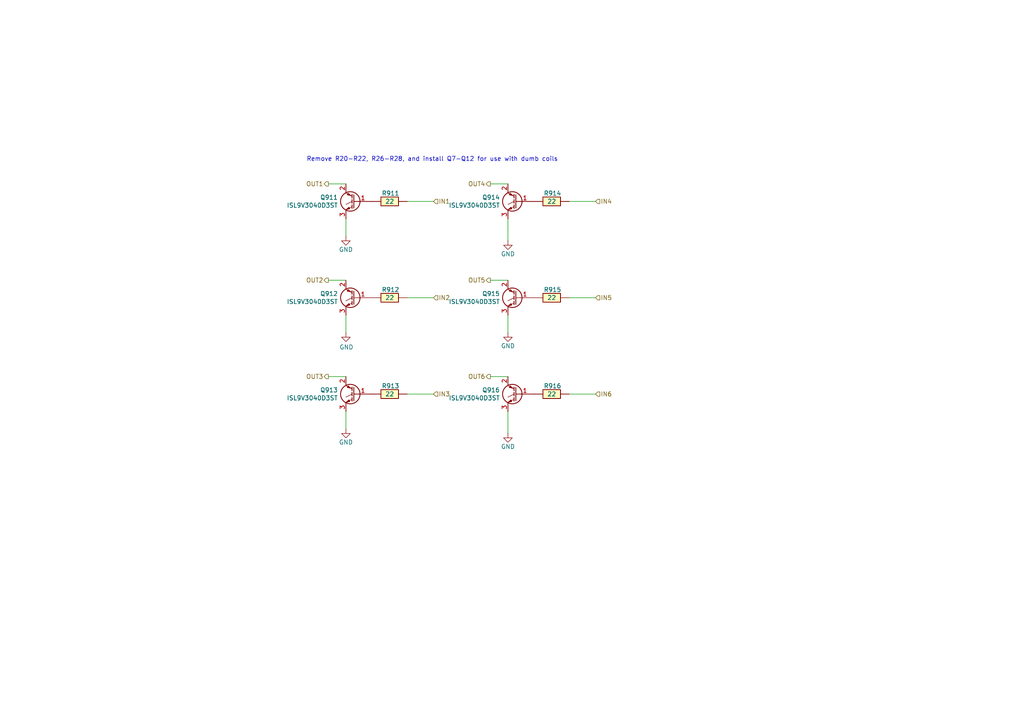
<source format=kicad_sch>
(kicad_sch (version 20231120) (generator "eeschema") (generator_version "8.0")
  (paper "A4")
  (lib_symbols
    (symbol "Device:Q_NIGBT_GCE" (pin_names (offset 0) hide)
      (property "Reference" "Q" (at 5.08 1.27 0))
      (property "Value" "Q_NIGBT_GCE" (at 5.08 -1.27 0))
      (symbol "Q_NIGBT_GCE_0_1"
        (polyline (pts (xy 0.762 -1.016) (xy 0.762 -2.032)) (stroke (width 0.254)))
        (polyline (pts (xy 0.762 0.508) (xy 0.762 -0.508)) (stroke (width 0.254)))
        (polyline (pts (xy 0.762 2.032) (xy 0.762 1.016)) (stroke (width 0.254)))
        (polyline (pts (xy 2.54 -2.413) (xy 0.762 -1.524)))
        (polyline (pts (xy 2.54 -0.889) (xy 0.762 0)))
        (polyline (pts (xy 2.54 2.413) (xy 0.762 1.524)))
        (polyline (pts (xy 0.254 1.905) (xy 0.254 -1.905) (xy 0.254 -1.905)) (stroke (width 0.254)))
        (polyline (pts (xy 1.397 -2.159) (xy 1.651 -1.651) (xy 2.54 -2.413) (xy 1.397 -2.159)) (fill (type outline)))
        (polyline (pts (xy 2.159 1.905) (xy 1.905 2.413) (xy 1.016 1.651) (xy 2.159 1.905)) (fill (type outline)))
        (circle (center 1.27 0) (radius 2.8194) (stroke (width 0.254)))
      )
      (symbol "Q_NIGBT_GCE_1_1"
        (pin input line (at -5.08 0 0) (length 5.334) (name "G") (number "1"))
        (pin passive line (at 2.54 5.08 270) (length 2.54) (name "C") (number "2"))
        (pin passive line (at 2.54 -5.08 90) (length 2.54) (name "E") (number "3"))
      )
    )
    (symbol "hellen-one-common:Res" (pin_numbers hide)
      (property "Reference" "R" (at 3.81 2.54 0))
      (property "Value" "Res" (at 5.08 -2.54 0))
      (symbol "Res_1_0"
        (rectangle (start 2.54 -1.27) (end 7.62 1.27) (stroke (width 0.254)) (fill (type background)))
        (pin passive line (at 0 0 0) (length 2.54) (name "") (number "1"))
        (pin passive line (at 10.16 0 180) (length 2.54) (name "") (number "2"))
      )
    )
    (symbol "power:GND" (power) (pin_numbers hide) (pin_names (offset 0) hide)
      (property "Value" "GND" (at 0 -3.81 0))
      (symbol "GND_0_1"
        (polyline (pts (xy 0 0) (xy 0 -1.27) (xy 1.27 -1.27) (xy 0 -2.54) (xy -1.27 -1.27) (xy 0 -1.27)))
      )
      (symbol "GND_1_1"
        (pin power_in line (at 0 0 270) (length 0) (name "~") (number "1"))
      )
    )
  )
  (wire (pts (xy 142.24 109.22) (xy 147.32 109.22)))
  (wire (pts (xy 95.25 81.28) (xy 100.33 81.28)))
  (wire (pts (xy 95.25 109.22) (xy 100.33 109.22)))
  (wire (pts (xy 165.1 58.42) (xy 172.72 58.42)))
  (wire (pts (xy 147.32 119.38) (xy 147.32 125.73)))
  (wire (pts (xy 165.1 86.36) (xy 172.72 86.36)))
  (wire (pts (xy 100.33 119.38) (xy 100.33 124.46)))
  (wire (pts (xy 118.11 114.3) (xy 125.73 114.3)))
  (wire (pts (xy 95.25 53.34) (xy 100.33 53.34)))
  (wire (pts (xy 147.32 91.44) (xy 147.32 96.52)))
  (wire (pts (xy 142.24 81.28) (xy 147.32 81.28)))
  (wire (pts (xy 100.33 91.44) (xy 100.33 96.52)))
  (wire (pts (xy 147.32 63.5) (xy 147.32 69.85)))
  (wire (pts (xy 118.11 58.42) (xy 125.73 58.42)))
  (wire (pts (xy 100.33 63.5) (xy 100.33 68.58)))
  (wire (pts (xy 142.24 53.34) (xy 147.32 53.34)))
  (wire (pts (xy 118.11 86.36) (xy 125.73 86.36)))
  (wire (pts (xy 165.1 114.3) (xy 172.72 114.3)))
  (text "Remove R20-R22, R26-R28, and install Q7-Q12 for use with dumb coils" (at 88.9 46.99 0) (effects (font (size 1.27 1.27)) (justify left bottom)))
  (hierarchical_label "IN3" (shape input) (at 125.73 114.3 0))
  (hierarchical_label "OUT4" (shape output) (at 142.24 53.34 180))
  (hierarchical_label "OUT2" (shape output) (at 95.25 81.28 180))
  (hierarchical_label "IN4" (shape input) (at 172.72 58.42 0))
  (hierarchical_label "OUT6" (shape output) (at 142.24 109.22 180))
  (hierarchical_label "OUT3" (shape output) (at 95.25 109.22 180))
  (hierarchical_label "IN1" (shape input) (at 125.73 58.42 0))
  (hierarchical_label "IN5" (shape input) (at 172.72 86.36 0))
  (hierarchical_label "IN6" (shape input) (at 172.72 114.3 0))
  (hierarchical_label "OUT1" (shape output) (at 95.25 53.34 180))
  (hierarchical_label "OUT5" (shape output) (at 142.24 81.28 180))
  (hierarchical_label "IN2" (shape input) (at 125.73 86.36 0))
  (symbol (lib_id "Device:Q_NIGBT_GCE") (at 149.86 114.3 0) (mirror y) (unit 1)
    (property "Reference" "Q916" (at 145.0086 113.1316 0) (effects (justify left)))
    (property "Value" "ISL9V3040D3ST" (at 145.0086 115.443 0) (effects (justify left)))
    (property "Footprint" "Package_TO_SOT_SMD:TO-252-2" (effects (hide yes)))
    (property "LCSC" "C462128" (effects (hide yes)))
  )
  (symbol (lib_id "power:GND") (at 147.32 96.52 0) (unit 1)
    (property "Reference" "#PWR090" (effects (hide yes)))
    (property "Value" "GND" (at 147.32 100.33 0))
    (property "Description" "Power symbol creates a global label with name \"GND\" , ground" (effects (hide yes)))
  )
  (symbol (lib_id "hellen-one-common:Res") (at 154.94 114.3 0) (mirror x) (unit 1)
    (property "Reference" "R916" (at 160.262 111.9518 0))
    (property "Value" "22" (at 160.02 114.3 0))
    (property "Footprint" "hellen-one-common:R0603" (effects (hide yes)))
    (property "LCSC" "C23345" (effects (hide yes)))
  )
  (symbol (lib_id "power:GND") (at 100.33 124.46 0) (unit 1)
    (property "Reference" "#PWR087" (effects (hide yes)))
    (property "Value" "GND" (at 100.33 128.27 0))
    (property "Description" "Power symbol creates a global label with name \"GND\" , ground" (effects (hide yes)))
  )
  (symbol (lib_id "hellen-one-common:Res") (at 154.94 86.36 0) (mirror x) (unit 1)
    (property "Reference" "R915" (at 160.262 84.0118 0))
    (property "Value" "22" (at 160.02 86.36 0))
    (property "Footprint" "hellen-one-common:R0603" (effects (hide yes)))
    (property "LCSC" "C23345" (effects (hide yes)))
  )
  (symbol (lib_id "Device:Q_NIGBT_GCE") (at 102.87 58.42 0) (mirror y) (unit 1)
    (property "Reference" "Q911" (at 98.0186 57.2516 0) (effects (justify left)))
    (property "Value" "ISL9V3040D3ST" (at 98.0186 59.563 0) (effects (justify left)))
    (property "Footprint" "Package_TO_SOT_SMD:TO-252-2" (effects (hide yes)))
    (property "LCSC" "C462128" (effects (hide yes)))
  )
  (symbol (lib_id "Device:Q_NIGBT_GCE") (at 149.86 86.36 0) (mirror y) (unit 1)
    (property "Reference" "Q915" (at 145.0086 85.1916 0) (effects (justify left)))
    (property "Value" "ISL9V3040D3ST" (at 145.0086 87.503 0) (effects (justify left)))
    (property "Footprint" "Package_TO_SOT_SMD:TO-252-2" (effects (hide yes)))
    (property "LCSC" "C462128" (effects (hide yes)))
  )
  (symbol (lib_id "Device:Q_NIGBT_GCE") (at 102.87 114.3 0) (mirror y) (unit 1)
    (property "Reference" "Q913" (at 98.0186 113.1316 0) (effects (justify left)))
    (property "Value" "ISL9V3040D3ST" (at 98.0186 115.443 0) (effects (justify left)))
    (property "Footprint" "Package_TO_SOT_SMD:TO-252-2" (effects (hide yes)))
    (property "LCSC" "C462128" (effects (hide yes)))
  )
  (symbol (lib_id "power:GND") (at 100.33 68.58 0) (unit 1)
    (property "Reference" "#PWR085" (effects (hide yes)))
    (property "Value" "GND" (at 100.33 72.39 0))
    (property "Description" "Power symbol creates a global label with name \"GND\" , ground" (effects (hide yes)))
  )
  (symbol (lib_id "hellen-one-common:Res") (at 107.95 58.42 0) (mirror x) (unit 1)
    (property "Reference" "R911" (at 113.272 56.0718 0))
    (property "Value" "22" (at 113.03 58.42 0))
    (property "Footprint" "hellen-one-common:R0603" (effects (hide yes)))
    (property "LCSC" "C23345" (effects (hide yes)))
  )
  (symbol (lib_id "power:GND") (at 147.32 125.73 0) (unit 1)
    (property "Reference" "#PWR091" (effects (hide yes)))
    (property "Value" "GND" (at 147.32 129.54 0))
    (property "Description" "Power symbol creates a global label with name \"GND\" , ground" (effects (hide yes)))
  )
  (symbol (lib_id "power:GND") (at 100.33 96.52 0) (unit 1)
    (property "Reference" "#PWR086" (effects (hide yes)))
    (property "Value" "GND" (at 100.4794 100.691 0))
    (property "Description" "Power symbol creates a global label with name \"GND\" , ground" (effects (hide yes)))
  )
  (symbol (lib_id "hellen-one-common:Res") (at 107.95 114.3 0) (mirror x) (unit 1)
    (property "Reference" "R913" (at 113.272 111.9518 0))
    (property "Value" "22" (at 113.03 114.3 0))
    (property "Footprint" "hellen-one-common:R0603" (effects (hide yes)))
    (property "LCSC" "C23345" (effects (hide yes)))
  )
  (symbol (lib_id "hellen-one-common:Res") (at 154.94 58.42 0) (mirror x) (unit 1)
    (property "Reference" "R914" (at 160.262 56.0718 0))
    (property "Value" "22" (at 160.02 58.42 0))
    (property "Footprint" "hellen-one-common:R0603" (effects (hide yes)))
    (property "LCSC" "C23345" (effects (hide yes)))
  )
  (symbol (lib_id "Device:Q_NIGBT_GCE") (at 149.86 58.42 0) (mirror y) (unit 1)
    (property "Reference" "Q914" (at 145.0086 57.2516 0) (effects (justify left)))
    (property "Value" "ISL9V3040D3ST" (at 145.0086 59.563 0) (effects (justify left)))
    (property "Footprint" "Package_TO_SOT_SMD:TO-252-2" (effects (hide yes)))
    (property "LCSC" "C462128" (effects (hide yes)))
  )
  (symbol (lib_id "power:GND") (at 147.32 69.85 0) (unit 1)
    (property "Reference" "#PWR089" (effects (hide yes)))
    (property "Value" "GND" (at 147.32 73.66 0))
    (property "Description" "Power symbol creates a global label with name \"GND\" , ground" (effects (hide yes)))
  )
  (symbol (lib_id "hellen-one-common:Res") (at 107.95 86.36 0) (mirror x) (unit 1)
    (property "Reference" "R912" (at 113.272 84.0118 0))
    (property "Value" "22" (at 113.03 86.36 0))
    (property "Footprint" "hellen-one-common:R0603" (effects (hide yes)))
    (property "LCSC" "C23345" (effects (hide yes)))
  )
  (symbol (lib_id "Device:Q_NIGBT_GCE") (at 102.87 86.36 0) (mirror y) (unit 1)
    (property "Reference" "Q912" (at 98.0186 85.1916 0) (effects (justify left)))
    (property "Value" "ISL9V3040D3ST" (at 98.0186 87.503 0) (effects (justify left)))
    (property "Footprint" "Package_TO_SOT_SMD:TO-252-2" (effects (hide yes)))
    (property "LCSC" "C462128" (effects (hide yes)))
  )
)
</source>
